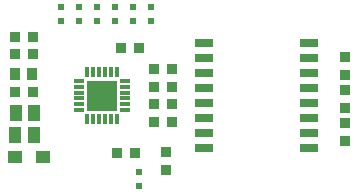
<source format=gtp>
G04*
G04 #@! TF.GenerationSoftware,Altium Limited,Altium Designer,20.0.2 (26)*
G04*
G04 Layer_Color=8421504*
%FSLAX25Y25*%
%MOIN*%
G70*
G01*
G75*
%ADD10R,0.03347X0.03347*%
%ADD11R,0.03347X0.03347*%
%ADD12R,0.03543X0.04016*%
%ADD13R,0.04016X0.05787*%
%ADD14R,0.04528X0.03937*%
%ADD15R,0.02165X0.02165*%
%ADD16R,0.05984X0.02992*%
%ADD17R,0.01181X0.03347*%
%ADD18R,0.03347X0.01181*%
%ADD19R,0.10236X0.10236*%
D10*
X12451Y51077D02*
D03*
X6349D02*
D03*
X12451Y56800D02*
D03*
X6349D02*
D03*
X12451Y38650D02*
D03*
X6349D02*
D03*
X47751Y53250D02*
D03*
X41649D02*
D03*
X46451Y18150D02*
D03*
X40349D02*
D03*
D11*
X116250Y22299D02*
D03*
Y28401D02*
D03*
Y50251D02*
D03*
Y44149D02*
D03*
X52500Y40249D02*
D03*
Y46351D02*
D03*
X58800Y40249D02*
D03*
Y46351D02*
D03*
Y34651D02*
D03*
Y28549D02*
D03*
X52500Y34651D02*
D03*
Y28549D02*
D03*
X56800Y18651D02*
D03*
Y12549D02*
D03*
X116250Y39326D02*
D03*
Y33224D02*
D03*
D12*
X6447Y44708D02*
D03*
X12038D02*
D03*
D13*
X12800Y31700D02*
D03*
X6500D02*
D03*
X12650Y24200D02*
D03*
X6350D02*
D03*
D14*
X15676Y16800D02*
D03*
X6424D02*
D03*
D15*
X51700Y66750D02*
D03*
Y62150D02*
D03*
X45710Y66750D02*
D03*
Y62150D02*
D03*
X39720Y66750D02*
D03*
Y62150D02*
D03*
X33730Y66750D02*
D03*
Y62150D02*
D03*
X47700Y11800D02*
D03*
Y7200D02*
D03*
X21750Y62150D02*
D03*
Y66750D02*
D03*
X27740Y62150D02*
D03*
Y66750D02*
D03*
D16*
X104450Y19902D02*
D03*
X69450D02*
D03*
X104450Y24902D02*
D03*
X69450D02*
D03*
X104450Y29902D02*
D03*
X69450D02*
D03*
X104450Y34902D02*
D03*
X69450D02*
D03*
X104450Y39902D02*
D03*
X69450D02*
D03*
X104450Y44902D02*
D03*
X69450D02*
D03*
X104450Y49902D02*
D03*
X69450D02*
D03*
X104450Y54902D02*
D03*
X69450D02*
D03*
D17*
X40200Y45079D02*
D03*
X38232D02*
D03*
X36263D02*
D03*
X34295D02*
D03*
X32326D02*
D03*
X30358D02*
D03*
Y29724D02*
D03*
X32326D02*
D03*
X34295D02*
D03*
X36263D02*
D03*
X38232D02*
D03*
X40200D02*
D03*
D18*
X27602Y42323D02*
D03*
Y40354D02*
D03*
Y38386D02*
D03*
Y36417D02*
D03*
Y34449D02*
D03*
Y32480D02*
D03*
X42956D02*
D03*
Y34449D02*
D03*
Y36417D02*
D03*
Y38386D02*
D03*
Y40354D02*
D03*
Y42323D02*
D03*
D19*
X35279Y37402D02*
D03*
M02*

</source>
